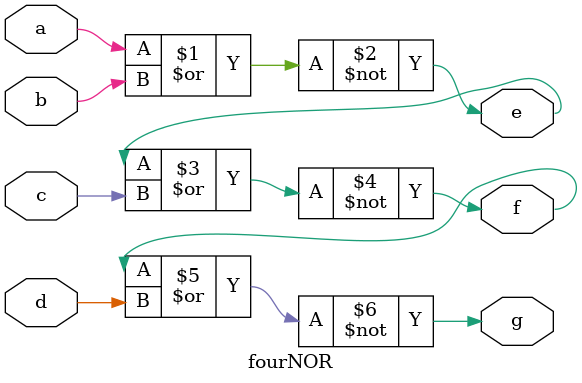
<source format=v>
`timescale 1ns / 1ps

module fourNOR(
    input a, b, c, d,
    output e, f, g
    );
    
assign e=~(a|b);
assign f=~(e|c);
assign g=~(f|d);

endmodule
</source>
